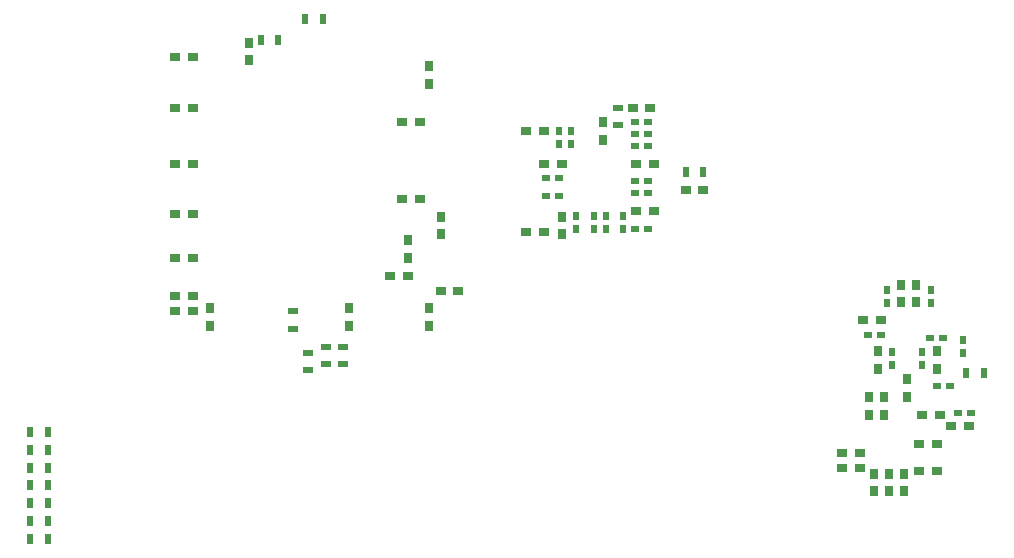
<source format=gbp>
%FSLAX46Y46*%
%MOMM*%
%AMPS10*
21,1,0.800000,0.750000,0.000000,0.000000,0.000000*
%
%ADD10PS10*%
%AMPS16*
21,1,0.800000,0.750000,0.000000,0.000000,270.000000*
%
%ADD16PS16*%
%AMPS18*
21,1,0.800000,0.750000,0.000000,0.000000,180.000000*
%
%ADD18PS18*%
%AMPS15*
21,1,0.800000,0.750000,0.000000,0.000000,90.000000*
%
%ADD15PS15*%
%AMPS20*
21,1,0.500000,0.900000,0.000000,0.000000,0.000000*
%
%ADD20PS20*%
%AMPS17*
21,1,0.500000,0.900000,0.000000,0.000000,270.000000*
%
%ADD17PS17*%
%AMPS13*
21,1,0.500000,0.900000,0.000000,0.000000,180.000000*
%
%ADD13PS13*%
%AMPS11*
21,1,0.500000,0.900000,0.000000,0.000000,90.000000*
%
%ADD11PS11*%
%AMPS14*
21,1,0.600000,0.500000,0.000000,0.000000,0.000000*
%
%ADD14PS14*%
%AMPS12*
21,1,0.600000,0.500000,0.000000,0.000000,270.000000*
%
%ADD12PS12*%
%AMPS19*
21,1,0.600000,0.500000,0.000000,0.000000,180.000000*
%
%ADD19PS19*%
%AMPS21*
21,1,0.600000,0.500000,0.000000,0.000000,90.000000*
%
%ADD21PS21*%
G01*
G01*
%LPD*%
D10*
X50800000Y36750000D03*
D10*
X52300000Y36750000D03*
D10*
X11750000Y36500000D03*
D10*
X13250000Y36500000D03*
D11*
X24500000Y25250000D03*
D11*
X24500000Y23750000D03*
D12*
X47250000Y36300000D03*
D12*
X47250000Y35200000D03*
D13*
X-500000Y10500000D03*
D13*
X1000000Y10500000D03*
D14*
X50700000Y43250000D03*
D14*
X51800000Y43250000D03*
D15*
X14750000Y27000000D03*
D15*
X14750000Y28500000D03*
D12*
X48250000Y36300000D03*
D12*
X48250000Y35200000D03*
D16*
X72225000Y14500000D03*
D16*
X72225000Y13000000D03*
D10*
X50500000Y45500000D03*
D10*
X52000000Y45500000D03*
D16*
X73475000Y14500000D03*
D16*
X73475000Y13000000D03*
D10*
X11750000Y45500000D03*
D10*
X13250000Y45500000D03*
D16*
X34250000Y36250000D03*
D16*
X34250000Y34750000D03*
D17*
X26000000Y23750000D03*
D17*
X26000000Y25250000D03*
D18*
X35750000Y30000000D03*
D18*
X34250000Y30000000D03*
D15*
X70500000Y19500000D03*
D15*
X70500000Y21000000D03*
D12*
X72500000Y24800000D03*
D12*
X72500000Y23700000D03*
D19*
X44300000Y39500000D03*
D19*
X43200000Y39500000D03*
D10*
X11750000Y32750000D03*
D10*
X13250000Y32750000D03*
D10*
X11750000Y49750000D03*
D10*
X13250000Y49750000D03*
D13*
X-500000Y13500000D03*
D13*
X1000000Y13500000D03*
D20*
X20500000Y51250000D03*
D20*
X19000000Y51250000D03*
D16*
X44500000Y36250000D03*
D16*
X44500000Y34750000D03*
D15*
X73750000Y21000000D03*
D15*
X73750000Y22500000D03*
D15*
X31500000Y32750000D03*
D15*
X31500000Y34250000D03*
D18*
X76500000Y19500000D03*
D18*
X75000000Y19500000D03*
D13*
X-500000Y16500000D03*
D13*
X1000000Y16500000D03*
D21*
X75750000Y28950000D03*
D21*
X75750000Y30050000D03*
D10*
X41500000Y35000000D03*
D10*
X43000000Y35000000D03*
D13*
X-500000Y18000000D03*
D13*
X1000000Y18000000D03*
D15*
X71750000Y19500000D03*
D15*
X71750000Y21000000D03*
D19*
X44300000Y38000000D03*
D19*
X43200000Y38000000D03*
D16*
X70975000Y14500000D03*
D16*
X70975000Y13000000D03*
D15*
X74500000Y29000000D03*
D15*
X74500000Y30500000D03*
D13*
X78750000Y23000000D03*
D13*
X80250000Y23000000D03*
D13*
X-500000Y9000000D03*
D13*
X1000000Y9000000D03*
D10*
X74750000Y14750000D03*
D10*
X76250000Y14750000D03*
D10*
X77500000Y18500000D03*
D10*
X79000000Y18500000D03*
D13*
X55000000Y40000000D03*
D13*
X56500000Y40000000D03*
D21*
X72000000Y28950000D03*
D21*
X72000000Y30050000D03*
D18*
X44500000Y40750000D03*
D18*
X43000000Y40750000D03*
D21*
X45250000Y42450000D03*
D21*
X45250000Y43550000D03*
D14*
X50700000Y35250000D03*
D14*
X51800000Y35250000D03*
D11*
X21750000Y28250000D03*
D11*
X21750000Y26750000D03*
D16*
X76250000Y24850000D03*
D16*
X76250000Y23350000D03*
D15*
X48000000Y42750000D03*
D15*
X48000000Y44250000D03*
D13*
X22750000Y53000000D03*
D13*
X24250000Y53000000D03*
D12*
X75000000Y24800000D03*
D12*
X75000000Y23700000D03*
D10*
X50800000Y40750000D03*
D10*
X52300000Y40750000D03*
D19*
X71550000Y26250000D03*
D19*
X70450000Y26250000D03*
D15*
X26500000Y27000000D03*
D15*
X26500000Y28500000D03*
D19*
X79150000Y19650000D03*
D19*
X78050000Y19650000D03*
D16*
X33250000Y49000000D03*
D16*
X33250000Y47500000D03*
D12*
X49650000Y36300000D03*
D12*
X49650000Y35200000D03*
D12*
X45750000Y36300000D03*
D12*
X45750000Y35200000D03*
D10*
X11750000Y28250000D03*
D10*
X13250000Y28250000D03*
D10*
X11750000Y29500000D03*
D10*
X13250000Y29500000D03*
D14*
X50700000Y44250000D03*
D14*
X51800000Y44250000D03*
D16*
X18000000Y51000000D03*
D16*
X18000000Y49500000D03*
D10*
X31000000Y44250000D03*
D10*
X32500000Y44250000D03*
D15*
X33250000Y27000000D03*
D15*
X33250000Y28500000D03*
D14*
X50700000Y38250000D03*
D14*
X51800000Y38250000D03*
D14*
X75700000Y26000000D03*
D14*
X76800000Y26000000D03*
D18*
X69750000Y15000000D03*
D18*
X68250000Y15000000D03*
D18*
X31500000Y31250000D03*
D18*
X30000000Y31250000D03*
D16*
X71250000Y24850000D03*
D16*
X71250000Y23350000D03*
D12*
X78500000Y25800000D03*
D12*
X78500000Y24700000D03*
D10*
X74750000Y17000000D03*
D10*
X76250000Y17000000D03*
D21*
X44250000Y42450000D03*
D21*
X44250000Y43550000D03*
D13*
X-500000Y12000000D03*
D13*
X1000000Y12000000D03*
D18*
X71500000Y27500000D03*
D18*
X70000000Y27500000D03*
D18*
X69750000Y16250000D03*
D18*
X68250000Y16250000D03*
D10*
X11750000Y40750000D03*
D10*
X13250000Y40750000D03*
D14*
X76300000Y21900000D03*
D14*
X77400000Y21900000D03*
D17*
X23000000Y23250000D03*
D17*
X23000000Y24750000D03*
D14*
X50700000Y39250000D03*
D14*
X51800000Y39250000D03*
D11*
X49250000Y45500000D03*
D11*
X49250000Y44000000D03*
D13*
X-500000Y15000000D03*
D13*
X1000000Y15000000D03*
D18*
X56500000Y38500000D03*
D18*
X55000000Y38500000D03*
D15*
X73250000Y29000000D03*
D15*
X73250000Y30500000D03*
D14*
X50700000Y42250000D03*
D14*
X51800000Y42250000D03*
D10*
X41500000Y43500000D03*
D10*
X43000000Y43500000D03*
D10*
X31000000Y37750000D03*
D10*
X32500000Y37750000D03*
M02*

</source>
